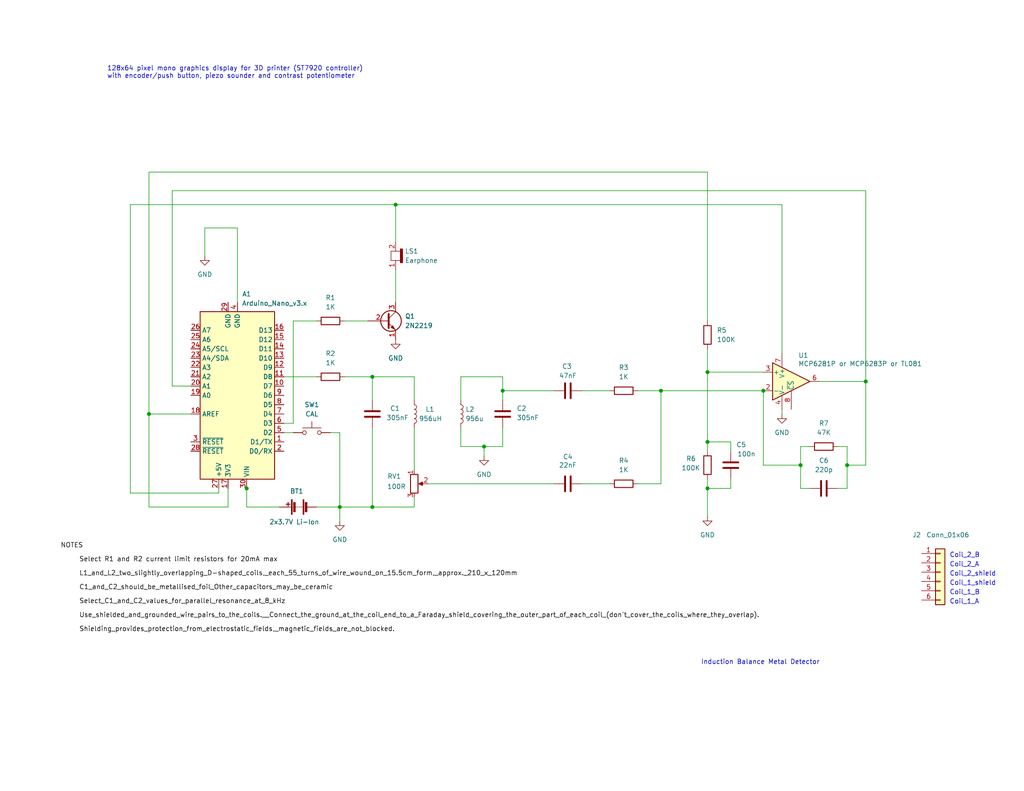
<source format=kicad_sch>
(kicad_sch (version 20231120) (generator "eeschema") (generator_version "8.0")
  (paper "USLetter")
  (lib_symbols
    (symbol "Amplifier_Operational:MCP603-xP" (pin_names (offset 0.127))
      (property "Reference" "U" (at 0 6.35 0))
      (property "Value" "MCP603-xP" (at 0 3.81 0))
      (symbol "MCP603-xP_0_1"
        (polyline (pts (xy -5.08 5.08) (xy 5.08 0) (xy -5.08 -5.08) (xy -5.08 5.08)) (stroke (width 0.254)) (fill (type background)))
      )
      (symbol "MCP603-xP_1_1"
        (pin no_connect line (at 0 -2.54 90) (length 2.54) hide (name "NC") (number "1"))
        (pin input line (at -7.62 -2.54 0) (length 2.54) (name "-") (number "2"))
        (pin input line (at -7.62 2.54 0) (length 2.54) (name "+") (number "3"))
        (pin power_in line (at -2.54 -7.62 90) (length 3.81) (name "V-") (number "4"))
        (pin no_connect line (at -2.54 -2.54 90) (length 2.54) hide (name "NC") (number "5"))
        (pin output line (at 7.62 0 180) (length 2.54) (name "~") (number "6"))
        (pin power_in line (at -2.54 7.62 270) (length 3.81) (name "V+") (number "7"))
        (pin input line (at 0 -7.62 90) (length 5.08) (name "~{CS}") (number "8"))
      )
    )
    (symbol "Connector_Generic:Conn_01x06" (pin_names (offset 1.016) hide)
      (property "Reference" "J" (at 0 7.62 0))
      (property "Value" "Conn_01x06" (at 0 -10.16 0))
      (symbol "Conn_01x06_1_1"
        (rectangle (start -1.27 -7.493) (end 0 -7.747) (stroke (width 0.1524)))
        (rectangle (start -1.27 -4.953) (end 0 -5.207) (stroke (width 0.1524)))
        (rectangle (start -1.27 -2.413) (end 0 -2.667) (stroke (width 0.1524)))
        (rectangle (start -1.27 0.127) (end 0 -0.127) (stroke (width 0.1524)))
        (rectangle (start -1.27 2.667) (end 0 2.413) (stroke (width 0.1524)))
        (rectangle (start -1.27 5.207) (end 0 4.953) (stroke (width 0.1524)))
        (rectangle (start -1.27 6.35) (end 1.27 -8.89) (stroke (width 0.254)) (fill (type background)))
        (pin passive line (at -5.08 5.08 0) (length 3.81) (name "Pin_1") (number "1"))
        (pin passive line (at -5.08 2.54 0) (length 3.81) (name "Pin_2") (number "2"))
        (pin passive line (at -5.08 0 0) (length 3.81) (name "Pin_3") (number "3"))
        (pin passive line (at -5.08 -2.54 0) (length 3.81) (name "Pin_4") (number "4"))
        (pin passive line (at -5.08 -5.08 0) (length 3.81) (name "Pin_5") (number "5"))
        (pin passive line (at -5.08 -7.62 0) (length 3.81) (name "Pin_6") (number "6"))
      )
    )
    (symbol "Device:Battery" (pin_numbers hide) (pin_names (offset 0) hide)
      (property "Reference" "BT" (at 2.54 2.54 0))
      (property "Value" "Battery" (at 2.54 0 0))
      (symbol "Battery_0_1"
        (rectangle (start -2.032 -1.397) (end 2.032 -1.651) (fill (type outline)))
        (rectangle (start -2.032 1.778) (end 2.032 1.524) (fill (type outline)))
        (rectangle (start -1.3208 -1.9812) (end 1.27 -2.4892) (fill (type outline)))
        (rectangle (start -1.3208 1.1938) (end 1.27 0.6858) (fill (type outline)))
        (polyline (pts (xy 0 -1.524) (xy 0 -1.27)))
        (polyline (pts (xy 0 -1.016) (xy 0 -0.762)))
        (polyline (pts (xy 0 -0.508) (xy 0 -0.254)))
        (polyline (pts (xy 0 0) (xy 0 0.254)))
        (polyline (pts (xy 0 0.508) (xy 0 0.762)))
        (polyline (pts (xy 0 1.778) (xy 0 2.54)))
        (polyline (pts (xy 0.254 2.667) (xy 1.27 2.667)) (stroke (width 0.254)))
        (polyline (pts (xy 0.762 3.175) (xy 0.762 2.159)) (stroke (width 0.254)))
      )
      (symbol "Battery_1_1"
        (pin passive line (at 0 5.08 270) (length 2.54) (name "+") (number "1"))
        (pin passive line (at 0 -5.08 90) (length 2.54) (name "-") (number "2"))
      )
    )
    (symbol "Device:C" (pin_numbers hide) (pin_names (offset 0.254))
      (property "Reference" "C" (at 0.635 2.54 0))
      (property "Value" "C" (at 0.635 -2.54 0))
      (symbol "C_0_1"
        (polyline (pts (xy -2.032 -0.762) (xy 2.032 -0.762)) (stroke (width 0.508)))
        (polyline (pts (xy -2.032 0.762) (xy 2.032 0.762)) (stroke (width 0.508)))
      )
      (symbol "C_1_1"
        (pin passive line (at 0 3.81 270) (length 2.794) (name "~") (number "1"))
        (pin passive line (at 0 -3.81 90) (length 2.794) (name "~") (number "2"))
      )
    )
    (symbol "Device:Earphone" (pin_names (offset 0.0254) hide)
      (property "Reference" "LS" (at 2.54 3.81 0))
      (property "Value" "Earphone" (at 2.54 1.905 0))
      (symbol "Earphone_0_1"
        (rectangle (start 1.27 -0.635) (end 1.905 3.175) (fill (type outline)))
        (rectangle (start 1.27 0) (end -1.27 2.54))
      )
      (symbol "Earphone_1_1"
        (pin passive line (at 0 -2.54 90) (length 2.54) (name "-") (number "1"))
        (pin passive line (at 0 5.08 270) (length 2.54) (name "+") (number "2"))
      )
    )
    (symbol "Device:L" (pin_numbers hide) (pin_names (offset 1.016) hide)
      (property "Reference" "L" (at -1.27 0 90))
      (property "Value" "L" (at 1.905 0 90))
      (symbol "L_0_1"
        (arc (start 0 -2.54) (mid 0.6323 -1.905) (end 0 -1.27))
        (arc (start 0 -1.27) (mid 0.6323 -0.635) (end 0 0))
        (arc (start 0 0) (mid 0.6323 0.635) (end 0 1.27))
        (arc (start 0 1.27) (mid 0.6323 1.905) (end 0 2.54))
      )
      (symbol "L_1_1"
        (pin passive line (at 0 3.81 270) (length 1.27) (name "1") (number "1"))
        (pin passive line (at 0 -3.81 90) (length 1.27) (name "2") (number "2"))
      )
    )
    (symbol "Device:R" (pin_numbers hide) (pin_names (offset 0))
      (property "Reference" "R" (at 2.032 0 90))
      (property "Value" "R" (at 0 0 90))
      (symbol "R_0_1"
        (rectangle (start -1.016 -2.54) (end 1.016 2.54) (stroke (width 0.254)))
      )
      (symbol "R_1_1"
        (pin passive line (at 0 3.81 270) (length 1.27) (name "~") (number "1"))
        (pin passive line (at 0 -3.81 90) (length 1.27) (name "~") (number "2"))
      )
    )
    (symbol "Device:R_Potentiometer" (pin_names (offset 1.016) hide)
      (property "Reference" "RV" (at -4.445 0 90))
      (property "Value" "R_Potentiometer" (at -2.54 0 90))
      (symbol "R_Potentiometer_0_1"
        (polyline (pts (xy 2.54 0) (xy 1.524 0)))
        (polyline (pts (xy 1.143 0) (xy 2.286 0.508) (xy 2.286 -0.508) (xy 1.143 0)) (fill (type outline)))
        (rectangle (start 1.016 2.54) (end -1.016 -2.54) (stroke (width 0.254)))
      )
      (symbol "R_Potentiometer_1_1"
        (pin passive line (at 0 3.81 270) (length 1.27) (name "1") (number "1"))
        (pin passive line (at 3.81 0 180) (length 1.27) (name "2") (number "2"))
        (pin passive line (at 0 -3.81 90) (length 1.27) (name "3") (number "3"))
      )
    )
    (symbol "GND_1" (power) (pin_names (offset 0))
      (property "Value" "GND" (at 0 -5.08 0))
      (symbol "GND_1_0_1"
        (polyline (pts (xy 0 0) (xy 0 -1.27) (xy 1.27 -1.27) (xy 0 -2.54) (xy -1.27 -1.27) (xy 0 -1.27)))
      )
    )
    (symbol "MCU_Module:Arduino_Nano_v3.x"
      (property "Reference" "A1" (at 4.7341 -25.4 0))
      (property "Value" "Arduino_Nano_v3.x" (at -19.05 -26.416 0))
      (symbol "Arduino_Nano_v3.x_0_1"
        (rectangle (start -10.16 22.86) (end 10.16 -22.86) (stroke (width 0.254)) (fill (type background)))
      )
      (symbol "Arduino_Nano_v3.x_1_1"
        (pin bidirectional line (at -12.7 12.7 0) (length 2.54) (name "D1/TX") (number "1"))
        (pin bidirectional line (at -12.7 -2.54 0) (length 2.54) (name "D7") (number "10"))
        (pin bidirectional line (at -12.7 -5.08 0) (length 2.54) (name "D8") (number "11"))
        (pin bidirectional line (at -12.7 -7.62 0) (length 2.54) (name "D9") (number "12"))
        (pin bidirectional line (at -12.7 -10.16 0) (length 2.54) (name "D10") (number "13"))
        (pin bidirectional line (at -12.7 -12.7 0) (length 2.54) (name "D11") (number "14"))
        (pin bidirectional line (at -12.7 -15.24 0) (length 2.54) (name "D12") (number "15"))
        (pin bidirectional line (at -12.7 -17.78 0) (length 2.54) (name "D13") (number "16"))
        (pin power_out line (at 2.54 25.4 270) (length 2.54) (name "3V3") (number "17"))
        (pin input line (at 12.7 5.08 180) (length 2.54) (name "AREF") (number "18"))
        (pin bidirectional line (at 12.7 0 180) (length 2.54) (name "A0") (number "19"))
        (pin bidirectional line (at -12.7 15.24 0) (length 2.54) (name "D0/RX") (number "2"))
        (pin bidirectional line (at 12.7 -2.54 180) (length 2.54) (name "A1") (number "20"))
        (pin bidirectional line (at 12.7 -5.08 180) (length 2.54) (name "A2") (number "21"))
        (pin bidirectional line (at 12.7 -7.62 180) (length 2.54) (name "A3") (number "22"))
        (pin bidirectional line (at 12.7 -10.16 180) (length 2.54) (name "A4/SDA") (number "23"))
        (pin bidirectional line (at 12.7 -12.7 180) (length 2.54) (name "A5/SCL") (number "24"))
        (pin bidirectional line (at 12.7 -15.24 180) (length 2.54) (name "A6") (number "25"))
        (pin bidirectional line (at 12.7 -17.78 180) (length 2.54) (name "A7") (number "26"))
        (pin power_out line (at 5.08 25.4 270) (length 2.54) (name "+5V") (number "27"))
        (pin input line (at 12.7 15.24 180) (length 2.54) (name "~{RESET}") (number "28"))
        (pin power_in line (at 2.54 -25.4 90) (length 2.54) (name "GND") (number "29"))
        (pin input line (at 12.7 12.7 180) (length 2.54) (name "~{RESET}") (number "3"))
        (pin power_in line (at -2.54 25.4 270) (length 2.54) (name "VIN") (number "30"))
        (pin power_in line (at 0 -25.4 90) (length 2.54) (name "GND") (number "4"))
        (pin bidirectional line (at -12.7 10.16 0) (length 2.54) (name "D2") (number "5"))
        (pin bidirectional line (at -12.7 7.62 0) (length 2.54) (name "D3") (number "6"))
        (pin bidirectional line (at -12.7 5.08 0) (length 2.54) (name "D4") (number "7"))
        (pin bidirectional line (at -12.7 2.54 0) (length 2.54) (name "D5") (number "8"))
        (pin bidirectional line (at -12.7 0 0) (length 2.54) (name "D6") (number "9"))
      )
    )
    (symbol "Switch:SW_Push" (pin_numbers hide) (pin_names (offset 1.016) hide)
      (property "Reference" "SW" (at 1.27 2.54 0))
      (property "Value" "SW_Push" (at 0 -1.524 0))
      (symbol "SW_Push_0_1"
        (circle (center -2.032 0) (radius 0.508))
        (polyline (pts (xy 0 1.27) (xy 0 3.048)))
        (polyline (pts (xy 2.54 1.27) (xy -2.54 1.27)))
        (circle (center 2.032 0) (radius 0.508))
        (pin passive line (at -5.08 0 0) (length 2.54) (name "1") (number "1"))
        (pin passive line (at 5.08 0 180) (length 2.54) (name "2") (number "2"))
      )
    )
    (symbol "Transistor_BJT:2N2219" (pin_names (offset 0) hide)
      (property "Reference" "Q" (at 5.08 1.905 0))
      (property "Value" "2N2219" (at 5.08 0 0))
      (symbol "2N2219_0_1"
        (polyline (pts (xy 0.635 0.635) (xy 2.54 2.54)))
        (polyline (pts (xy 0.635 -0.635) (xy 2.54 -2.54) (xy 2.54 -2.54)))
        (polyline (pts (xy 0.635 1.905) (xy 0.635 -1.905) (xy 0.635 -1.905)) (stroke (width 0.508)))
        (polyline (pts (xy 1.27 -1.778) (xy 1.778 -1.27) (xy 2.286 -2.286) (xy 1.27 -1.778) (xy 1.27 -1.778)) (fill (type outline)))
        (circle (center 1.27 0) (radius 2.8194) (stroke (width 0.254)))
      )
      (symbol "2N2219_1_1"
        (pin passive line (at 2.54 -5.08 90) (length 2.54) (name "E") (number "1"))
        (pin passive line (at -5.08 0 0) (length 5.715) (name "B") (number "2"))
        (pin passive line (at 2.54 5.08 270) (length 2.54) (name "C") (number "3"))
      )
    )
  )
  (junction (at 40.64 113.03))
  (junction (at 193.04 133.35))
  (junction (at 132.08 121.92))
  (junction (at 101.6 138.43))
  (junction (at 193.04 120.65))
  (junction (at 137.16 106.68))
  (junction (at 92.71 138.43))
  (junction (at 208.28 106.68))
  (junction (at 67.31 133.35))
  (junction (at 107.95 55.88))
  (junction (at 231.14 127))
  (junction (at 236.22 104.14))
  (junction (at 193.04 101.6))
  (junction (at 180.34 106.68))
  (junction (at 101.6 102.87))
  (junction (at 218.44 127))
  (wire (pts (xy 231.14 121.92) (xy 228.6 121.92)))
  (wire (pts (xy 151.13 132.08) (xy 116.84 132.08)))
  (wire (pts (xy 193.04 95.25) (xy 193.04 101.6)))
  (wire (pts (xy 132.08 121.92) (xy 137.16 121.92)))
  (wire (pts (xy 218.44 121.92) (xy 218.44 127)))
  (wire (pts (xy 236.22 127) (xy 231.14 127)))
  (wire (pts (xy 199.39 120.65) (xy 193.04 120.65)))
  (wire (pts (xy 158.75 132.08) (xy 166.37 132.08)))
  (wire (pts (xy 92.71 138.43) (xy 101.6 138.43)))
  (wire (pts (xy 77.47 102.87) (xy 86.36 102.87)))
  (wire (pts (xy 46.99 52.07) (xy 236.22 52.07)))
  (wire (pts (xy 199.39 123.19) (xy 199.39 120.65)))
  (wire (pts (xy 218.44 133.35) (xy 220.98 133.35)))
  (wire (pts (xy 158.75 106.68) (xy 166.37 106.68)))
  (wire (pts (xy 213.36 111.76) (xy 213.36 113.03)))
  (wire (pts (xy 193.04 101.6) (xy 208.28 101.6)))
  (wire (pts (xy 52.07 105.41) (xy 46.99 105.41)))
  (wire (pts (xy 151.13 106.68) (xy 137.16 106.68)))
  (wire (pts (xy 231.14 121.92) (xy 231.14 127)))
  (wire (pts (xy 213.36 55.88) (xy 213.36 96.52)))
  (wire (pts (xy 107.95 55.88) (xy 213.36 55.88)))
  (wire (pts (xy 208.28 106.68) (xy 208.28 127)))
  (wire (pts (xy 137.16 102.87) (xy 137.16 106.68)))
  (wire (pts (xy 137.16 106.68) (xy 137.16 109.22)))
  (wire (pts (xy 113.03 102.87) (xy 113.03 109.22)))
  (wire (pts (xy 101.6 138.43) (xy 113.03 138.43)))
  (wire (pts (xy 125.73 102.87) (xy 137.16 102.87)))
  (wire (pts (xy 180.34 106.68) (xy 208.28 106.68)))
  (wire (pts (xy 59.69 133.35) (xy 59.69 134.62)))
  (wire (pts (xy 132.08 121.92) (xy 132.08 124.46)))
  (wire (pts (xy 193.04 101.6) (xy 193.04 120.65)))
  (wire (pts (xy 180.34 106.68) (xy 180.34 132.08)))
  (wire (pts (xy 101.6 102.87) (xy 101.6 109.22)))
  (wire (pts (xy 55.88 62.23) (xy 55.88 69.85)))
  (wire (pts (xy 40.64 113.03) (xy 52.07 113.03)))
  (wire (pts (xy 231.14 127) (xy 231.14 133.35)))
  (wire (pts (xy 46.99 105.41) (xy 46.99 52.07)))
  (wire (pts (xy 67.31 133.35) (xy 67.31 138.43)))
  (wire (pts (xy 80.01 87.63) (xy 86.36 87.63)))
  (wire (pts (xy 180.34 132.08) (xy 173.99 132.08)))
  (wire (pts (xy 107.95 73.66) (xy 107.95 82.55)))
  (wire (pts (xy 77.47 118.11) (xy 80.01 118.11)))
  (wire (pts (xy 92.71 138.43) (xy 92.71 142.24)))
  (wire (pts (xy 40.64 113.03) (xy 40.64 46.99)))
  (wire (pts (xy 62.23 133.35) (xy 62.23 138.43)))
  (wire (pts (xy 193.04 133.35) (xy 199.39 133.35)))
  (wire (pts (xy 231.14 133.35) (xy 228.6 133.35)))
  (wire (pts (xy 67.31 138.43) (xy 76.2 138.43)))
  (wire (pts (xy 236.22 104.14) (xy 236.22 127)))
  (wire (pts (xy 193.04 133.35) (xy 193.04 140.97)))
  (wire (pts (xy 67.31 132.08) (xy 67.31 133.35)))
  (wire (pts (xy 125.73 121.92) (xy 132.08 121.92)))
  (wire (pts (xy 218.44 127) (xy 208.28 127)))
  (wire (pts (xy 236.22 52.07) (xy 236.22 104.14)))
  (wire (pts (xy 193.04 120.65) (xy 193.04 123.19)))
  (wire (pts (xy 220.98 121.92) (xy 218.44 121.92)))
  (wire (pts (xy 62.23 138.43) (xy 40.64 138.43)))
  (wire (pts (xy 218.44 127) (xy 218.44 133.35)))
  (wire (pts (xy 137.16 116.84) (xy 137.16 121.92)))
  (wire (pts (xy 125.73 109.22) (xy 125.73 102.87)))
  (wire (pts (xy 193.04 130.81) (xy 193.04 133.35)))
  (wire (pts (xy 93.98 102.87) (xy 101.6 102.87)))
  (wire (pts (xy 173.99 106.68) (xy 180.34 106.68)))
  (wire (pts (xy 193.04 46.99) (xy 193.04 87.63)))
  (wire (pts (xy 64.77 62.23) (xy 64.77 82.55)))
  (wire (pts (xy 55.88 62.23) (xy 64.77 62.23)))
  (wire (pts (xy 90.17 118.11) (xy 92.71 118.11)))
  (wire (pts (xy 35.56 134.62) (xy 35.56 55.88)))
  (wire (pts (xy 223.52 104.14) (xy 236.22 104.14)))
  (wire (pts (xy 101.6 102.87) (xy 113.03 102.87)))
  (wire (pts (xy 199.39 130.81) (xy 199.39 133.35)))
  (wire (pts (xy 125.73 116.84) (xy 125.73 121.92)))
  (wire (pts (xy 80.01 115.57) (xy 77.47 115.57)))
  (wire (pts (xy 92.71 118.11) (xy 92.71 138.43)))
  (wire (pts (xy 35.56 55.88) (xy 107.95 55.88)))
  (wire (pts (xy 107.95 55.88) (xy 107.95 66.04)))
  (wire (pts (xy 86.36 138.43) (xy 92.71 138.43)))
  (wire (pts (xy 93.98 87.63) (xy 100.33 87.63)))
  (wire (pts (xy 113.03 135.89) (xy 113.03 138.43)))
  (wire (pts (xy 113.03 116.84) (xy 113.03 128.27)))
  (wire (pts (xy 80.01 87.63) (xy 80.01 115.57)))
  (wire (pts (xy 59.69 134.62) (xy 35.56 134.62)))
  (wire (pts (xy 40.64 138.43) (xy 40.64 113.03)))
  (wire (pts (xy 101.6 116.84) (xy 101.6 138.43)))
  (wire (pts (xy 40.64 46.99) (xy 193.04 46.99)))
  (text "Coil_1_B" (at 259.08 162.56 0) (effects (font (size 1.27 1.27)) (justify left bottom)))
  (text "128x64 pixel mono graphics display for 3D printer (ST7920 controller)\nwith encoder/push button, piezo sounder and contrast potentiometer" (at 29.21 21.59 0) (effects (font (size 1.27 1.27)) (justify left bottom)))
  (text "Coil_2_A" (at 259.08 154.94 0) (effects (font (size 1.27 1.27)) (justify left bottom)))
  (text "Coil_2_B" (at 259.08 152.4 0) (effects (font (size 1.27 1.27)) (justify left bottom)))
  (text "Induction Balance Metal Detector" (at 191.262 181.61 0) (effects (font (size 1.27 1.27)) (justify left bottom)))
  (text "Coil_1_A" (at 259.08 165.1 0) (effects (font (size 1.27 1.27)) (justify left bottom)))
  (text "Coil_1_shield" (at 259.08 160.02 0) (effects (font (size 1.27 1.27)) (justify left bottom)))
  (text "Coil_2_shield" (at 259.08 157.48 0) (effects (font (size 1.27 1.27)) (justify left bottom)))
  (label "C1_and_C2_should_be_metallised_foil_Other_capacitors_may_be_ceramic" (at 21.59 161.29 0))
  (label "NOTES" (at 16.51 149.86 0))
  (label "Select R1 and R2 current limit resistors for 20mA max" (at 21.59 153.67 0))
  (label "Select_C1_and_C2_values_for_parallel_resonance_at_8_kHz" (at 21.59 165.1 0))
  (label "Shielding_provides_protection_from_electrostatic_fields,_magnetic_fields_are_not_blocked." (at 21.59 172.72 0))
  (label "L1_and_L2_two_slightly_overlapping_D-shaped_coils,_each_55_turns_of_wire_wound_on_15.5cm_form,_approx._210_x_120mm" (at 21.59 157.48 0))
  (label "Use_shielded_and_grounded_wire_pairs_to_the_coils.__Connect_the_ground_at_the_coil_end_to_a_Faraday_shield_covering_the_outer_part_of_each_coil_(don't_cover_the_coils_where_they_overlap)." (at 21.59 168.91 0))
  (symbol (lib_id "Device:C") (at 224.79 133.35 90) (unit 1)
    (property "Reference" "C6" (at 224.79 125.73 90))
    (property "Value" "220p" (at 224.79 128.27 90))
  )
  (symbol (lib_id "Device:Battery") (at 81.28 138.43 90) (unit 1)
    (property "Reference" "BT1" (at 82.804 134.112 90) (effects (justify left)))
    (property "Value" "2x3.7V Li-Ion" (at 87.122 142.494 90) (effects (justify left)))
  )
  (symbol (lib_id "Device:L") (at 125.73 113.03 0) (unit 1)
    (property "Reference" "L2" (at 127 111.7599 0) (effects (justify left)))
    (property "Value" "956u" (at 127 114.2999 0) (effects (justify left)))
    (property "Description" "Inductor" (effects (hide yes)))
  )
  (symbol (lib_name "GND_1") (lib_id "power:GND") (at 213.36 113.03 0) (unit 1)
    (property "Reference" "#PWR06" (effects (hide yes)))
    (property "Value" "GND" (at 213.36 118.11 0))
  )
  (symbol (lib_id "Device:C") (at 199.39 127 0) (unit 1)
    (property "Reference" "C5" (at 200.914 121.412 0) (effects (justify left)))
    (property "Value" "100n" (at 201.168 123.952 0) (effects (justify left)))
  )
  (symbol (lib_name "GND_1") (lib_id "power:GND") (at 55.88 69.85 0) (unit 1)
    (property "Reference" "#PWR02" (effects (hide yes)))
    (property "Value" "GND" (at 55.88 74.93 0))
  )
  (symbol (lib_id "Device:R_Potentiometer") (at 113.03 132.08 0) (unit 1)
    (property "Reference" "RV1" (at 109.474 130.048 0) (effects (justify right)))
    (property "Value" "100R" (at 110.744 132.842 0) (effects (justify right)))
  )
  (symbol (lib_name "GND_1") (lib_id "power:GND") (at 107.95 92.71 0) (unit 1)
    (property "Reference" "#PWR01" (effects (hide yes)))
    (property "Value" "GND" (at 107.95 97.79 0))
  )
  (symbol (lib_id "Device:R") (at 224.79 121.92 270) (unit 1)
    (property "Reference" "R7" (at 224.79 115.57 90))
    (property "Value" "47K" (at 224.79 118.11 90))
  )
  (symbol (lib_id "Device:R") (at 90.17 87.63 270) (unit 1)
    (property "Reference" "R1" (at 90.17 81.28 90))
    (property "Value" "1K" (at 90.17 83.82 90))
  )
  (symbol (lib_name "GND_1") (lib_id "power:GND") (at 132.08 124.46 0) (unit 1)
    (property "Reference" "#PWR04" (effects (hide yes)))
    (property "Value" "GND" (at 132.08 129.54 0))
  )
  (symbol (lib_id "Device:R") (at 193.04 91.44 0) (unit 1)
    (property "Reference" "R5" (at 195.58 90.1699 0) (effects (justify left)))
    (property "Value" "100K" (at 195.58 92.7099 0) (effects (justify left)))
  )
  (symbol (lib_id "Device:C") (at 101.6 113.03 0) (unit 1)
    (property "Reference" "C1" (at 106.426 111.506 0) (effects (justify left)))
    (property "Value" "305nF" (at 105.41 114.046 0) (effects (justify left)))
  )
  (symbol (lib_id "Device:C") (at 154.94 106.68 90) (unit 1)
    (property "Reference" "C3" (at 154.686 99.314 90) (effects (justify bottom)))
    (property "Value" "47nF" (at 154.94 101.854 90) (effects (justify bottom)))
  )
  (symbol (lib_id "Switch:SW_Push") (at 85.09 118.11 0) (unit 1)
    (property "Reference" "SW1" (at 85.09 110.49 0))
    (property "Value" "CAL" (at 85.09 113.03 0))
    (property "Description" "Push button switch, generic, two pins" (effects (hide yes)))
  )
  (symbol (lib_name "GND_1") (lib_id "power:GND") (at 92.71 142.24 0) (unit 1)
    (property "Reference" "#PWR05" (effects (hide yes)))
    (property "Value" "GND" (at 92.71 147.32 0))
  )
  (symbol (lib_id "MCU_Module:Arduino_Nano_v3.x") (at 64.77 107.95 180) (unit 1)
    (property "Reference" "A1" (at 68.58 80.264 0) (effects (justify left)))
    (property "Value" "Arduino_Nano_v3.x" (at 83.82 82.804 0) (effects (justify left)))
    (property "Footprint" "Module:Arduino_Nano" (effects (hide yes)))
    (property "Datasheet" "http://www.mouser.com/pdfdocs/Gravitech_Arduino_Nano3_0.pdf" (effects (hide yes)))
    (property "Description" "Arduino Nano v3.x" (effects (hide yes)))
  )
  (symbol (lib_id "Device:R") (at 170.18 106.68 270) (unit 1)
    (property "Reference" "R3" (at 170.18 100.33 90))
    (property "Value" "1K" (at 170.18 102.87 90))
  )
  (symbol (lib_id "Device:C") (at 154.94 132.08 270) (unit 1)
    (property "Reference" "C4" (at 154.94 124.714 90))
    (property "Value" "22nF" (at 154.94 127 90))
  )
  (symbol (lib_id "Device:R") (at 170.18 132.08 270) (unit 1)
    (property "Reference" "R4" (at 170.18 125.73 90))
    (property "Value" "1K" (at 170.18 128.27 90))
  )
  (symbol (lib_id "Device:R") (at 90.17 102.87 270) (unit 1)
    (property "Reference" "R2" (at 90.17 96.52 90))
    (property "Value" "1K" (at 90.17 99.06 90))
  )
  (symbol (lib_id "Device:R") (at 193.04 127 0) (unit 1)
    (property "Reference" "R6" (at 187.198 125.222 0) (effects (justify left)))
    (property "Value" "100K" (at 185.928 127.762 0) (effects (justify left)))
  )
  (symbol (lib_id "Connector_Generic:Conn_01x06") (at 256.54 156.21 0) (unit 1)
    (property "Reference" "J2" (at 248.92 146.05 0) (effects (justify left)))
    (property "Value" "Conn_01x06" (at 252.73 146.05 0) (effects (justify left)))
  )
  (symbol (lib_id "Device:L") (at 113.03 113.03 0) (unit 1)
    (property "Reference" "L1" (at 116.078 111.76 0) (effects (justify left)))
    (property "Value" "956uH" (at 114.3 114.2999 0) (effects (justify left)))
    (property "Description" "Inductor" (effects (hide yes)))
  )
  (symbol (lib_id "Device:C") (at 137.16 113.03 0) (unit 1)
    (property "Reference" "C2" (at 140.97 111.506 0) (effects (justify left)))
    (property "Value" "305nF" (at 140.97 114.046 0) (effects (justify left)))
  )
  (symbol (lib_name "GND_1") (lib_id "power:GND") (at 193.04 140.97 0) (unit 1)
    (property "Reference" "#PWR03" (effects (hide yes)))
    (property "Value" "GND" (at 193.04 146.05 0))
  )
  (symbol (lib_id "Device:Earphone") (at 107.95 71.12 0) (unit 1)
    (property "Reference" "LS1" (at 110.49 68.5799 0) (effects (justify left)))
    (property "Value" "Earphone" (at 110.49 71.1199 0) (effects (justify left)))
    (property "Description" "Earphone, polarized" (effects (hide yes)))
  )
  (symbol (lib_id "Amplifier_Operational:MCP603-xP") (at 215.9 104.14 0) (unit 1)
    (property "Reference" "U1" (at 219.202 97.028 0))
    (property "Value" "MCP6281P or MCP6283P or TL081" (at 234.696 99.314 0))
    (property "Datasheet" "http://ww1.microchip.com/downloads/en/DeviceDoc/21314g.pdf" (effects (hide yes)))
  )
  (symbol (lib_id "Transistor_BJT:2N2219") (at 105.41 87.63 0) (unit 1)
    (property "Reference" "Q1" (at 110.49 86.3599 0) (effects (justify left)))
    (property "Value" "2N2219" (at 110.49 88.8999 0) (effects (justify left)))
    (property "Footprint" "Package_TO_SOT_THT:TO-39-3" (effects (hide yes)))
    (property "Datasheet" "http://www.onsemi.com/pub_link/Collateral/2N2219-D.PDF" (effects (hide yes)))
    (property "Description" "800mA Ic, 50V Vce, NPN Transistor, TO-39" (effects (hide yes)))
  )
)
</source>
